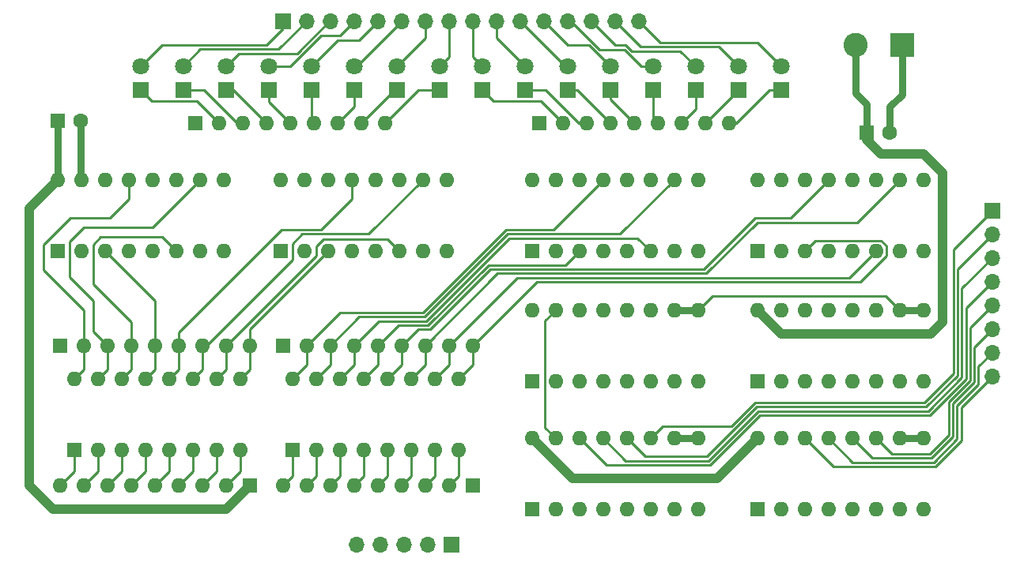
<source format=gbr>
%TF.GenerationSoftware,KiCad,Pcbnew,(5.1.9-0-10_14)*%
%TF.CreationDate,2021-05-18T01:23:57-04:00*%
%TF.ProjectId,RAM,52414d2e-6b69-4636-9164-5f7063625858,rev?*%
%TF.SameCoordinates,Original*%
%TF.FileFunction,Copper,L1,Top*%
%TF.FilePolarity,Positive*%
%FSLAX46Y46*%
G04 Gerber Fmt 4.6, Leading zero omitted, Abs format (unit mm)*
G04 Created by KiCad (PCBNEW (5.1.9-0-10_14)) date 2021-05-18 01:23:57*
%MOMM*%
%LPD*%
G01*
G04 APERTURE LIST*
%TA.AperFunction,ComponentPad*%
%ADD10O,1.600000X1.600000*%
%TD*%
%TA.AperFunction,ComponentPad*%
%ADD11R,1.600000X1.600000*%
%TD*%
%TA.AperFunction,ComponentPad*%
%ADD12O,1.700000X1.700000*%
%TD*%
%TA.AperFunction,ComponentPad*%
%ADD13R,1.700000X1.700000*%
%TD*%
%TA.AperFunction,ComponentPad*%
%ADD14C,1.600000*%
%TD*%
%TA.AperFunction,ComponentPad*%
%ADD15C,2.600000*%
%TD*%
%TA.AperFunction,ComponentPad*%
%ADD16R,2.600000X2.600000*%
%TD*%
%TA.AperFunction,ComponentPad*%
%ADD17C,1.800000*%
%TD*%
%TA.AperFunction,ComponentPad*%
%ADD18R,1.800000X1.800000*%
%TD*%
%TA.AperFunction,Conductor*%
%ADD19C,0.250000*%
%TD*%
%TA.AperFunction,Conductor*%
%ADD20C,0.750000*%
%TD*%
%TA.AperFunction,Conductor*%
%ADD21C,1.000000*%
%TD*%
G04 APERTURE END LIST*
D10*
%TO.P,U3,16*%
%TO.N,VCC*%
X90424000Y-91694000D03*
%TO.P,U3,8*%
%TO.N,GND*%
X108204000Y-99314000D03*
%TO.P,U3,15*%
%TO.N,/MAR_RESET*%
X92964000Y-91694000D03*
%TO.P,U3,7*%
%TO.N,/CLOCK*%
X105664000Y-99314000D03*
%TO.P,U3,14*%
%TO.N,Net-(J2-Pad8)*%
X95504000Y-91694000D03*
%TO.P,U3,6*%
%TO.N,/MAR_11*%
X103124000Y-99314000D03*
%TO.P,U3,13*%
%TO.N,Net-(J2-Pad7)*%
X98044000Y-91694000D03*
%TO.P,U3,5*%
%TO.N,/MAR_10*%
X100584000Y-99314000D03*
%TO.P,U3,12*%
%TO.N,Net-(J2-Pad6)*%
X100584000Y-91694000D03*
%TO.P,U3,4*%
%TO.N,/MAR_09*%
X98044000Y-99314000D03*
%TO.P,U3,11*%
%TO.N,Net-(J2-Pad5)*%
X103124000Y-91694000D03*
%TO.P,U3,3*%
%TO.N,/MAR_08*%
X95504000Y-99314000D03*
%TO.P,U3,10*%
%TO.N,/MAR2_IN*%
X105664000Y-91694000D03*
%TO.P,U3,2*%
%TO.N,GND*%
X92964000Y-99314000D03*
%TO.P,U3,9*%
%TO.N,/MAR2_IN*%
X108204000Y-91694000D03*
D11*
%TO.P,U3,1*%
%TO.N,GND*%
X90424000Y-99314000D03*
%TD*%
D12*
%TO.P,J4,5*%
%TO.N,/PROGRAM_MODE*%
X71628000Y-116840000D03*
%TO.P,J4,4*%
%TO.N,/MAR_RESET*%
X74168000Y-116840000D03*
%TO.P,J4,3*%
%TO.N,/CLOCK*%
X76708000Y-116840000D03*
%TO.P,J4,2*%
%TO.N,/MAR1_IN*%
X79248000Y-116840000D03*
D13*
%TO.P,J4,1*%
%TO.N,/MAR2_IN*%
X81788000Y-116840000D03*
%TD*%
D14*
%TO.P,C3,2*%
%TO.N,GND*%
X128738000Y-72644000D03*
D11*
%TO.P,C3,1*%
%TO.N,VCC*%
X126238000Y-72644000D03*
%TD*%
D14*
%TO.P,C2,2*%
%TO.N,GND*%
X42124000Y-71374000D03*
D11*
%TO.P,C2,1*%
%TO.N,VCC*%
X39624000Y-71374000D03*
%TD*%
D15*
%TO.P,J3,2*%
%TO.N,VCC*%
X125048000Y-63246000D03*
D16*
%TO.P,J3,1*%
%TO.N,GND*%
X130048000Y-63246000D03*
%TD*%
D10*
%TO.P,U8,16*%
%TO.N,VCC*%
X114554000Y-77724000D03*
%TO.P,U8,8*%
%TO.N,GND*%
X132334000Y-85344000D03*
%TO.P,U8,15*%
X117094000Y-77724000D03*
%TO.P,U8,7*%
%TO.N,/MEM_ADR_14*%
X129794000Y-85344000D03*
%TO.P,U8,14*%
%TO.N,/MAR_12*%
X119634000Y-77724000D03*
%TO.P,U8,6*%
%TO.N,/MANUAL_MEM_ADR_14*%
X127254000Y-85344000D03*
%TO.P,U8,13*%
%TO.N,/MANUAL_MEM_ADR_12*%
X122174000Y-77724000D03*
%TO.P,U8,5*%
%TO.N,/MAR_14*%
X124714000Y-85344000D03*
%TO.P,U8,12*%
%TO.N,/MEM_ADR_12*%
X124714000Y-77724000D03*
%TO.P,U8,4*%
%TO.N,/MEM_ADR_15*%
X122174000Y-85344000D03*
%TO.P,U8,11*%
%TO.N,/MAR_13*%
X127254000Y-77724000D03*
%TO.P,U8,3*%
%TO.N,/MANUAL_MEM_ADR_15*%
X119634000Y-85344000D03*
%TO.P,U8,10*%
%TO.N,/MANUAL_MEM_ADR_13*%
X129794000Y-77724000D03*
%TO.P,U8,2*%
%TO.N,/MAR_15*%
X117094000Y-85344000D03*
%TO.P,U8,9*%
%TO.N,/MEM_ADR_13*%
X132334000Y-77724000D03*
D11*
%TO.P,U8,1*%
%TO.N,/PROGRAM_MODE*%
X114554000Y-85344000D03*
%TD*%
D10*
%TO.P,U7,16*%
%TO.N,VCC*%
X114554000Y-105410000D03*
%TO.P,U7,8*%
%TO.N,GND*%
X132334000Y-113030000D03*
%TO.P,U7,15*%
%TO.N,/MAR_RESET*%
X117094000Y-105410000D03*
%TO.P,U7,7*%
%TO.N,/CLOCK*%
X129794000Y-113030000D03*
%TO.P,U7,14*%
%TO.N,Net-(J2-Pad8)*%
X119634000Y-105410000D03*
%TO.P,U7,6*%
%TO.N,/MAR_03*%
X127254000Y-113030000D03*
%TO.P,U7,13*%
%TO.N,Net-(J2-Pad7)*%
X122174000Y-105410000D03*
%TO.P,U7,5*%
%TO.N,/MAR_02*%
X124714000Y-113030000D03*
%TO.P,U7,12*%
%TO.N,Net-(J2-Pad6)*%
X124714000Y-105410000D03*
%TO.P,U7,4*%
%TO.N,/MAR_01*%
X122174000Y-113030000D03*
%TO.P,U7,11*%
%TO.N,Net-(J2-Pad5)*%
X127254000Y-105410000D03*
%TO.P,U7,3*%
%TO.N,/MAR_00*%
X119634000Y-113030000D03*
%TO.P,U7,10*%
%TO.N,/MAR1_IN*%
X129794000Y-105410000D03*
%TO.P,U7,2*%
%TO.N,GND*%
X117094000Y-113030000D03*
%TO.P,U7,9*%
%TO.N,/MAR1_IN*%
X132334000Y-105410000D03*
D11*
%TO.P,U7,1*%
%TO.N,GND*%
X114554000Y-113030000D03*
%TD*%
D10*
%TO.P,U6,16*%
%TO.N,VCC*%
X90424000Y-105410000D03*
%TO.P,U6,8*%
%TO.N,GND*%
X108204000Y-113030000D03*
%TO.P,U6,15*%
%TO.N,/MAR_RESET*%
X92964000Y-105410000D03*
%TO.P,U6,7*%
%TO.N,/CLOCK*%
X105664000Y-113030000D03*
%TO.P,U6,14*%
%TO.N,Net-(J2-Pad4)*%
X95504000Y-105410000D03*
%TO.P,U6,6*%
%TO.N,/MAR_07*%
X103124000Y-113030000D03*
%TO.P,U6,13*%
%TO.N,Net-(J2-Pad3)*%
X98044000Y-105410000D03*
%TO.P,U6,5*%
%TO.N,/MAR_06*%
X100584000Y-113030000D03*
%TO.P,U6,12*%
%TO.N,Net-(J2-Pad2)*%
X100584000Y-105410000D03*
%TO.P,U6,4*%
%TO.N,/MAR_05*%
X98044000Y-113030000D03*
%TO.P,U6,11*%
%TO.N,Net-(J2-Pad1)*%
X103124000Y-105410000D03*
%TO.P,U6,3*%
%TO.N,/MAR_04*%
X95504000Y-113030000D03*
%TO.P,U6,10*%
%TO.N,/MAR1_IN*%
X105664000Y-105410000D03*
%TO.P,U6,2*%
%TO.N,GND*%
X92964000Y-113030000D03*
%TO.P,U6,9*%
%TO.N,/MAR1_IN*%
X108204000Y-105410000D03*
D11*
%TO.P,U6,1*%
%TO.N,GND*%
X90424000Y-113030000D03*
%TD*%
D10*
%TO.P,U5,16*%
%TO.N,VCC*%
X90424000Y-77724000D03*
%TO.P,U5,8*%
%TO.N,GND*%
X108204000Y-85344000D03*
%TO.P,U5,15*%
X92964000Y-77724000D03*
%TO.P,U5,7*%
%TO.N,/MEM_ADR_10*%
X105664000Y-85344000D03*
%TO.P,U5,14*%
%TO.N,/MAR_08*%
X95504000Y-77724000D03*
%TO.P,U5,6*%
%TO.N,/MANUAL_MEM_ADR_10*%
X103124000Y-85344000D03*
%TO.P,U5,13*%
%TO.N,/MANUAL_MEM_ADR_08*%
X98044000Y-77724000D03*
%TO.P,U5,5*%
%TO.N,/MAR_10*%
X100584000Y-85344000D03*
%TO.P,U5,12*%
%TO.N,/MEM_ADR_08*%
X100584000Y-77724000D03*
%TO.P,U5,4*%
%TO.N,/MEM_ADR_11*%
X98044000Y-85344000D03*
%TO.P,U5,11*%
%TO.N,/MAR_09*%
X103124000Y-77724000D03*
%TO.P,U5,3*%
%TO.N,/MANUAL_MEM_ADR_11*%
X95504000Y-85344000D03*
%TO.P,U5,10*%
%TO.N,/MANUAL_MEM_ADR_09*%
X105664000Y-77724000D03*
%TO.P,U5,2*%
%TO.N,/MAR_11*%
X92964000Y-85344000D03*
%TO.P,U5,9*%
%TO.N,/MEM_ADR_09*%
X108204000Y-77724000D03*
D11*
%TO.P,U5,1*%
%TO.N,/PROGRAM_MODE*%
X90424000Y-85344000D03*
%TD*%
D10*
%TO.P,U4,16*%
%TO.N,VCC*%
X63500000Y-77724000D03*
%TO.P,U4,8*%
%TO.N,GND*%
X81280000Y-85344000D03*
%TO.P,U4,15*%
X66040000Y-77724000D03*
%TO.P,U4,7*%
%TO.N,/MEM_ADR_06*%
X78740000Y-85344000D03*
%TO.P,U4,14*%
%TO.N,/MAR_04*%
X68580000Y-77724000D03*
%TO.P,U4,6*%
%TO.N,/MANUAL_MEM_ADR_06*%
X76200000Y-85344000D03*
%TO.P,U4,13*%
%TO.N,/MANUAL_MEM_ADR_04*%
X71120000Y-77724000D03*
%TO.P,U4,5*%
%TO.N,/MAR_06*%
X73660000Y-85344000D03*
%TO.P,U4,12*%
%TO.N,/MEM_ADR_04*%
X73660000Y-77724000D03*
%TO.P,U4,4*%
%TO.N,/MEM_ADR_07*%
X71120000Y-85344000D03*
%TO.P,U4,11*%
%TO.N,/MAR_05*%
X76200000Y-77724000D03*
%TO.P,U4,3*%
%TO.N,/MANUAL_MEM_ADR_07*%
X68580000Y-85344000D03*
%TO.P,U4,10*%
%TO.N,/MANUAL_MEM_ADR_05*%
X78740000Y-77724000D03*
%TO.P,U4,2*%
%TO.N,/MAR_07*%
X66040000Y-85344000D03*
%TO.P,U4,9*%
%TO.N,/MEM_ADR_05*%
X81280000Y-77724000D03*
D11*
%TO.P,U4,1*%
%TO.N,/PROGRAM_MODE*%
X63500000Y-85344000D03*
%TD*%
D10*
%TO.P,U2,16*%
%TO.N,VCC*%
X114554000Y-91694000D03*
%TO.P,U2,8*%
%TO.N,GND*%
X132334000Y-99314000D03*
%TO.P,U2,15*%
%TO.N,/MAR_RESET*%
X117094000Y-91694000D03*
%TO.P,U2,7*%
%TO.N,/CLOCK*%
X129794000Y-99314000D03*
%TO.P,U2,14*%
%TO.N,Net-(J2-Pad4)*%
X119634000Y-91694000D03*
%TO.P,U2,6*%
%TO.N,/MAR_15*%
X127254000Y-99314000D03*
%TO.P,U2,13*%
%TO.N,Net-(J2-Pad3)*%
X122174000Y-91694000D03*
%TO.P,U2,5*%
%TO.N,/MAR_14*%
X124714000Y-99314000D03*
%TO.P,U2,12*%
%TO.N,Net-(J2-Pad2)*%
X124714000Y-91694000D03*
%TO.P,U2,4*%
%TO.N,/MAR_13*%
X122174000Y-99314000D03*
%TO.P,U2,11*%
%TO.N,Net-(J2-Pad1)*%
X127254000Y-91694000D03*
%TO.P,U2,3*%
%TO.N,/MAR_12*%
X119634000Y-99314000D03*
%TO.P,U2,10*%
%TO.N,/MAR2_IN*%
X129794000Y-91694000D03*
%TO.P,U2,2*%
%TO.N,GND*%
X117094000Y-99314000D03*
%TO.P,U2,9*%
%TO.N,/MAR2_IN*%
X132334000Y-91694000D03*
D11*
%TO.P,U2,1*%
%TO.N,GND*%
X114554000Y-99314000D03*
%TD*%
D10*
%TO.P,U1,16*%
%TO.N,VCC*%
X39624000Y-77724000D03*
%TO.P,U1,8*%
%TO.N,GND*%
X57404000Y-85344000D03*
%TO.P,U1,15*%
X42164000Y-77724000D03*
%TO.P,U1,7*%
%TO.N,/MEM_ADR_02*%
X54864000Y-85344000D03*
%TO.P,U1,14*%
%TO.N,/MAR_00*%
X44704000Y-77724000D03*
%TO.P,U1,6*%
%TO.N,/MANUAL_MEM_ADR_02*%
X52324000Y-85344000D03*
%TO.P,U1,13*%
%TO.N,/MANUAL_MEM_ADR_00*%
X47244000Y-77724000D03*
%TO.P,U1,5*%
%TO.N,/MAR_02*%
X49784000Y-85344000D03*
%TO.P,U1,12*%
%TO.N,/MEM_ADR_00*%
X49784000Y-77724000D03*
%TO.P,U1,4*%
%TO.N,/MEM_ADR_03*%
X47244000Y-85344000D03*
%TO.P,U1,11*%
%TO.N,/MAR_01*%
X52324000Y-77724000D03*
%TO.P,U1,3*%
%TO.N,/MANUAL_MEM_ADR_03*%
X44704000Y-85344000D03*
%TO.P,U1,10*%
%TO.N,/MANUAL_MEM_ADR_01*%
X54864000Y-77724000D03*
%TO.P,U1,2*%
%TO.N,/MAR_03*%
X42164000Y-85344000D03*
%TO.P,U1,9*%
%TO.N,/MEM_ADR_01*%
X57404000Y-77724000D03*
D11*
%TO.P,U1,1*%
%TO.N,/PROGRAM_MODE*%
X39624000Y-85344000D03*
%TD*%
D10*
%TO.P,SW2,16*%
%TO.N,/MANUAL_MEM_ADR_00*%
X41402000Y-99060000D03*
%TO.P,SW2,8*%
%TO.N,Net-(RN7-Pad2)*%
X59182000Y-106680000D03*
%TO.P,SW2,15*%
%TO.N,/MANUAL_MEM_ADR_01*%
X43942000Y-99060000D03*
%TO.P,SW2,7*%
%TO.N,Net-(RN7-Pad3)*%
X56642000Y-106680000D03*
%TO.P,SW2,14*%
%TO.N,/MANUAL_MEM_ADR_02*%
X46482000Y-99060000D03*
%TO.P,SW2,6*%
%TO.N,Net-(RN7-Pad4)*%
X54102000Y-106680000D03*
%TO.P,SW2,13*%
%TO.N,/MANUAL_MEM_ADR_03*%
X49022000Y-99060000D03*
%TO.P,SW2,5*%
%TO.N,Net-(RN7-Pad5)*%
X51562000Y-106680000D03*
%TO.P,SW2,12*%
%TO.N,/MANUAL_MEM_ADR_04*%
X51562000Y-99060000D03*
%TO.P,SW2,4*%
%TO.N,Net-(RN7-Pad6)*%
X49022000Y-106680000D03*
%TO.P,SW2,11*%
%TO.N,/MANUAL_MEM_ADR_05*%
X54102000Y-99060000D03*
%TO.P,SW2,3*%
%TO.N,Net-(RN7-Pad7)*%
X46482000Y-106680000D03*
%TO.P,SW2,10*%
%TO.N,/MANUAL_MEM_ADR_06*%
X56642000Y-99060000D03*
%TO.P,SW2,2*%
%TO.N,Net-(RN7-Pad8)*%
X43942000Y-106680000D03*
%TO.P,SW2,9*%
%TO.N,/MANUAL_MEM_ADR_07*%
X59182000Y-99060000D03*
D11*
%TO.P,SW2,1*%
%TO.N,Net-(RN7-Pad9)*%
X41402000Y-106680000D03*
%TD*%
D10*
%TO.P,SW1,16*%
%TO.N,/MANUAL_MEM_ADR_08*%
X64770000Y-99060000D03*
%TO.P,SW1,8*%
%TO.N,Net-(RN5-Pad2)*%
X82550000Y-106680000D03*
%TO.P,SW1,15*%
%TO.N,/MANUAL_MEM_ADR_09*%
X67310000Y-99060000D03*
%TO.P,SW1,7*%
%TO.N,Net-(RN5-Pad3)*%
X80010000Y-106680000D03*
%TO.P,SW1,14*%
%TO.N,/MANUAL_MEM_ADR_10*%
X69850000Y-99060000D03*
%TO.P,SW1,6*%
%TO.N,Net-(RN5-Pad4)*%
X77470000Y-106680000D03*
%TO.P,SW1,13*%
%TO.N,/MANUAL_MEM_ADR_11*%
X72390000Y-99060000D03*
%TO.P,SW1,5*%
%TO.N,Net-(RN5-Pad5)*%
X74930000Y-106680000D03*
%TO.P,SW1,12*%
%TO.N,/MANUAL_MEM_ADR_12*%
X74930000Y-99060000D03*
%TO.P,SW1,4*%
%TO.N,Net-(RN5-Pad6)*%
X72390000Y-106680000D03*
%TO.P,SW1,11*%
%TO.N,/MANUAL_MEM_ADR_13*%
X77470000Y-99060000D03*
%TO.P,SW1,3*%
%TO.N,Net-(RN5-Pad7)*%
X69850000Y-106680000D03*
%TO.P,SW1,10*%
%TO.N,/MANUAL_MEM_ADR_14*%
X80010000Y-99060000D03*
%TO.P,SW1,2*%
%TO.N,Net-(RN5-Pad8)*%
X67310000Y-106680000D03*
%TO.P,SW1,9*%
%TO.N,/MANUAL_MEM_ADR_15*%
X82550000Y-99060000D03*
D11*
%TO.P,SW1,1*%
%TO.N,Net-(RN5-Pad9)*%
X64770000Y-106680000D03*
%TD*%
D10*
%TO.P,RN7,9*%
%TO.N,Net-(RN7-Pad9)*%
X39878000Y-110490000D03*
%TO.P,RN7,8*%
%TO.N,Net-(RN7-Pad8)*%
X42418000Y-110490000D03*
%TO.P,RN7,7*%
%TO.N,Net-(RN7-Pad7)*%
X44958000Y-110490000D03*
%TO.P,RN7,6*%
%TO.N,Net-(RN7-Pad6)*%
X47498000Y-110490000D03*
%TO.P,RN7,5*%
%TO.N,Net-(RN7-Pad5)*%
X50038000Y-110490000D03*
%TO.P,RN7,4*%
%TO.N,Net-(RN7-Pad4)*%
X52578000Y-110490000D03*
%TO.P,RN7,3*%
%TO.N,Net-(RN7-Pad3)*%
X55118000Y-110490000D03*
%TO.P,RN7,2*%
%TO.N,Net-(RN7-Pad2)*%
X57658000Y-110490000D03*
D11*
%TO.P,RN7,1*%
%TO.N,VCC*%
X60198000Y-110490000D03*
%TD*%
D10*
%TO.P,RN6,9*%
%TO.N,/MANUAL_MEM_ADR_07*%
X60198000Y-95504000D03*
%TO.P,RN6,8*%
%TO.N,/MANUAL_MEM_ADR_06*%
X57658000Y-95504000D03*
%TO.P,RN6,7*%
%TO.N,/MANUAL_MEM_ADR_05*%
X55118000Y-95504000D03*
%TO.P,RN6,6*%
%TO.N,/MANUAL_MEM_ADR_04*%
X52578000Y-95504000D03*
%TO.P,RN6,5*%
%TO.N,/MANUAL_MEM_ADR_03*%
X50038000Y-95504000D03*
%TO.P,RN6,4*%
%TO.N,/MANUAL_MEM_ADR_02*%
X47498000Y-95504000D03*
%TO.P,RN6,3*%
%TO.N,/MANUAL_MEM_ADR_01*%
X44958000Y-95504000D03*
%TO.P,RN6,2*%
%TO.N,/MANUAL_MEM_ADR_00*%
X42418000Y-95504000D03*
D11*
%TO.P,RN6,1*%
%TO.N,GND*%
X39878000Y-95504000D03*
%TD*%
D10*
%TO.P,RN5,9*%
%TO.N,Net-(RN5-Pad9)*%
X63754000Y-110490000D03*
%TO.P,RN5,8*%
%TO.N,Net-(RN5-Pad8)*%
X66294000Y-110490000D03*
%TO.P,RN5,7*%
%TO.N,Net-(RN5-Pad7)*%
X68834000Y-110490000D03*
%TO.P,RN5,6*%
%TO.N,Net-(RN5-Pad6)*%
X71374000Y-110490000D03*
%TO.P,RN5,5*%
%TO.N,Net-(RN5-Pad5)*%
X73914000Y-110490000D03*
%TO.P,RN5,4*%
%TO.N,Net-(RN5-Pad4)*%
X76454000Y-110490000D03*
%TO.P,RN5,3*%
%TO.N,Net-(RN5-Pad3)*%
X78994000Y-110490000D03*
%TO.P,RN5,2*%
%TO.N,Net-(RN5-Pad2)*%
X81534000Y-110490000D03*
D11*
%TO.P,RN5,1*%
%TO.N,VCC*%
X84074000Y-110490000D03*
%TD*%
D10*
%TO.P,RN4,9*%
%TO.N,/MANUAL_MEM_ADR_15*%
X84074000Y-95504000D03*
%TO.P,RN4,8*%
%TO.N,/MANUAL_MEM_ADR_14*%
X81534000Y-95504000D03*
%TO.P,RN4,7*%
%TO.N,/MANUAL_MEM_ADR_13*%
X78994000Y-95504000D03*
%TO.P,RN4,6*%
%TO.N,/MANUAL_MEM_ADR_12*%
X76454000Y-95504000D03*
%TO.P,RN4,5*%
%TO.N,/MANUAL_MEM_ADR_11*%
X73914000Y-95504000D03*
%TO.P,RN4,4*%
%TO.N,/MANUAL_MEM_ADR_10*%
X71374000Y-95504000D03*
%TO.P,RN4,3*%
%TO.N,/MANUAL_MEM_ADR_09*%
X68834000Y-95504000D03*
%TO.P,RN4,2*%
%TO.N,/MANUAL_MEM_ADR_08*%
X66294000Y-95504000D03*
D11*
%TO.P,RN4,1*%
%TO.N,GND*%
X63754000Y-95504000D03*
%TD*%
D10*
%TO.P,RN2,9*%
%TO.N,Net-(D9-Pad1)*%
X74676000Y-71628000D03*
%TO.P,RN2,8*%
%TO.N,Net-(D10-Pad1)*%
X72136000Y-71628000D03*
%TO.P,RN2,7*%
%TO.N,Net-(D11-Pad1)*%
X69596000Y-71628000D03*
%TO.P,RN2,6*%
%TO.N,Net-(D12-Pad1)*%
X67056000Y-71628000D03*
%TO.P,RN2,5*%
%TO.N,Net-(D13-Pad1)*%
X64516000Y-71628000D03*
%TO.P,RN2,4*%
%TO.N,Net-(D14-Pad1)*%
X61976000Y-71628000D03*
%TO.P,RN2,3*%
%TO.N,Net-(D15-Pad1)*%
X59436000Y-71628000D03*
%TO.P,RN2,2*%
%TO.N,Net-(D16-Pad1)*%
X56896000Y-71628000D03*
D11*
%TO.P,RN2,1*%
%TO.N,GND*%
X54356000Y-71628000D03*
%TD*%
D10*
%TO.P,RN1,9*%
%TO.N,Net-(D1-Pad1)*%
X111506000Y-71628000D03*
%TO.P,RN1,8*%
%TO.N,Net-(D2-Pad1)*%
X108966000Y-71628000D03*
%TO.P,RN1,7*%
%TO.N,Net-(D3-Pad1)*%
X106426000Y-71628000D03*
%TO.P,RN1,6*%
%TO.N,Net-(D4-Pad1)*%
X103886000Y-71628000D03*
%TO.P,RN1,5*%
%TO.N,Net-(D5-Pad1)*%
X101346000Y-71628000D03*
%TO.P,RN1,4*%
%TO.N,Net-(D6-Pad1)*%
X98806000Y-71628000D03*
%TO.P,RN1,3*%
%TO.N,Net-(D7-Pad1)*%
X96266000Y-71628000D03*
%TO.P,RN1,2*%
%TO.N,Net-(D8-Pad1)*%
X93726000Y-71628000D03*
D11*
%TO.P,RN1,1*%
%TO.N,GND*%
X91186000Y-71628000D03*
%TD*%
D12*
%TO.P,J2,8*%
%TO.N,Net-(J2-Pad8)*%
X139700000Y-98806000D03*
%TO.P,J2,7*%
%TO.N,Net-(J2-Pad7)*%
X139700000Y-96266000D03*
%TO.P,J2,6*%
%TO.N,Net-(J2-Pad6)*%
X139700000Y-93726000D03*
%TO.P,J2,5*%
%TO.N,Net-(J2-Pad5)*%
X139700000Y-91186000D03*
%TO.P,J2,4*%
%TO.N,Net-(J2-Pad4)*%
X139700000Y-88646000D03*
%TO.P,J2,3*%
%TO.N,Net-(J2-Pad3)*%
X139700000Y-86106000D03*
%TO.P,J2,2*%
%TO.N,Net-(J2-Pad2)*%
X139700000Y-83566000D03*
D13*
%TO.P,J2,1*%
%TO.N,Net-(J2-Pad1)*%
X139700000Y-81026000D03*
%TD*%
D12*
%TO.P,J1,16*%
%TO.N,/MEM_ADR_15*%
X101854000Y-60706000D03*
%TO.P,J1,15*%
%TO.N,/MEM_ADR_14*%
X99314000Y-60706000D03*
%TO.P,J1,14*%
%TO.N,/MEM_ADR_13*%
X96774000Y-60706000D03*
%TO.P,J1,13*%
%TO.N,/MEM_ADR_12*%
X94234000Y-60706000D03*
%TO.P,J1,12*%
%TO.N,/MEM_ADR_11*%
X91694000Y-60706000D03*
%TO.P,J1,11*%
%TO.N,/MEM_ADR_10*%
X89154000Y-60706000D03*
%TO.P,J1,10*%
%TO.N,/MEM_ADR_09*%
X86614000Y-60706000D03*
%TO.P,J1,9*%
%TO.N,/MEM_ADR_08*%
X84074000Y-60706000D03*
%TO.P,J1,8*%
%TO.N,/MEM_ADR_07*%
X81534000Y-60706000D03*
%TO.P,J1,7*%
%TO.N,/MEM_ADR_06*%
X78994000Y-60706000D03*
%TO.P,J1,6*%
%TO.N,/MEM_ADR_05*%
X76454000Y-60706000D03*
%TO.P,J1,5*%
%TO.N,/MEM_ADR_04*%
X73914000Y-60706000D03*
%TO.P,J1,4*%
%TO.N,/MEM_ADR_03*%
X71374000Y-60706000D03*
%TO.P,J1,3*%
%TO.N,/MEM_ADR_02*%
X68834000Y-60706000D03*
%TO.P,J1,2*%
%TO.N,/MEM_ADR_01*%
X66294000Y-60706000D03*
D13*
%TO.P,J1,1*%
%TO.N,/MEM_ADR_00*%
X63754000Y-60706000D03*
%TD*%
D17*
%TO.P,D16,2*%
%TO.N,/MEM_ADR_00*%
X48514000Y-65532000D03*
D18*
%TO.P,D16,1*%
%TO.N,Net-(D16-Pad1)*%
X48514000Y-68072000D03*
%TD*%
D17*
%TO.P,D15,2*%
%TO.N,/MEM_ADR_01*%
X53086000Y-65532000D03*
D18*
%TO.P,D15,1*%
%TO.N,Net-(D15-Pad1)*%
X53086000Y-68072000D03*
%TD*%
D17*
%TO.P,D14,2*%
%TO.N,/MEM_ADR_02*%
X57658000Y-65532000D03*
D18*
%TO.P,D14,1*%
%TO.N,Net-(D14-Pad1)*%
X57658000Y-68072000D03*
%TD*%
D17*
%TO.P,D13,2*%
%TO.N,/MEM_ADR_03*%
X62230000Y-65532000D03*
D18*
%TO.P,D13,1*%
%TO.N,Net-(D13-Pad1)*%
X62230000Y-68072000D03*
%TD*%
D17*
%TO.P,D12,2*%
%TO.N,/MEM_ADR_04*%
X66802000Y-65532000D03*
D18*
%TO.P,D12,1*%
%TO.N,Net-(D12-Pad1)*%
X66802000Y-68072000D03*
%TD*%
D17*
%TO.P,D11,2*%
%TO.N,/MEM_ADR_05*%
X71374000Y-65532000D03*
D18*
%TO.P,D11,1*%
%TO.N,Net-(D11-Pad1)*%
X71374000Y-68072000D03*
%TD*%
D17*
%TO.P,D10,2*%
%TO.N,/MEM_ADR_06*%
X75946000Y-65532000D03*
D18*
%TO.P,D10,1*%
%TO.N,Net-(D10-Pad1)*%
X75946000Y-68072000D03*
%TD*%
D17*
%TO.P,D9,2*%
%TO.N,/MEM_ADR_07*%
X80518000Y-65532000D03*
D18*
%TO.P,D9,1*%
%TO.N,Net-(D9-Pad1)*%
X80518000Y-68072000D03*
%TD*%
D17*
%TO.P,D8,2*%
%TO.N,/MEM_ADR_08*%
X85090000Y-65532000D03*
D18*
%TO.P,D8,1*%
%TO.N,Net-(D8-Pad1)*%
X85090000Y-68072000D03*
%TD*%
D17*
%TO.P,D7,2*%
%TO.N,/MEM_ADR_09*%
X89662000Y-65532000D03*
D18*
%TO.P,D7,1*%
%TO.N,Net-(D7-Pad1)*%
X89662000Y-68072000D03*
%TD*%
D17*
%TO.P,D6,2*%
%TO.N,/MEM_ADR_10*%
X94234000Y-65532000D03*
D18*
%TO.P,D6,1*%
%TO.N,Net-(D6-Pad1)*%
X94234000Y-68072000D03*
%TD*%
D17*
%TO.P,D5,2*%
%TO.N,/MEM_ADR_11*%
X98806000Y-65532000D03*
D18*
%TO.P,D5,1*%
%TO.N,Net-(D5-Pad1)*%
X98806000Y-68072000D03*
%TD*%
D17*
%TO.P,D4,2*%
%TO.N,/MEM_ADR_12*%
X103378000Y-65532000D03*
D18*
%TO.P,D4,1*%
%TO.N,Net-(D4-Pad1)*%
X103378000Y-68072000D03*
%TD*%
D17*
%TO.P,D3,2*%
%TO.N,/MEM_ADR_13*%
X107950000Y-65532000D03*
D18*
%TO.P,D3,1*%
%TO.N,Net-(D3-Pad1)*%
X107950000Y-68072000D03*
%TD*%
D17*
%TO.P,D2,2*%
%TO.N,/MEM_ADR_14*%
X112522000Y-65532000D03*
D18*
%TO.P,D2,1*%
%TO.N,Net-(D2-Pad1)*%
X112522000Y-68072000D03*
%TD*%
D17*
%TO.P,D1,2*%
%TO.N,/MEM_ADR_15*%
X117094000Y-65532000D03*
D18*
%TO.P,D1,1*%
%TO.N,Net-(D1-Pad1)*%
X117094000Y-68072000D03*
%TD*%
D19*
%TO.N,/MEM_ADR_15*%
X104140000Y-62992000D02*
X114554000Y-62992000D01*
X114554000Y-62992000D02*
X117094000Y-65532000D01*
X101854000Y-60706000D02*
X104140000Y-62992000D01*
%TO.N,Net-(D1-Pad1)*%
X112268000Y-71628000D02*
X111506000Y-71628000D01*
X115824000Y-68072000D02*
X112268000Y-71628000D01*
X117094000Y-68072000D02*
X115824000Y-68072000D01*
%TO.N,/MEM_ADR_14*%
X102050011Y-63442011D02*
X110432011Y-63442011D01*
X110432011Y-63442011D02*
X112522000Y-65532000D01*
X99314000Y-60706000D02*
X102050011Y-63442011D01*
%TO.N,Net-(D2-Pad1)*%
X112522000Y-68072000D02*
X108966000Y-71628000D01*
%TO.N,/MEM_ADR_13*%
X106310022Y-63892022D02*
X107950000Y-65532000D01*
X100455619Y-63246000D02*
X101101641Y-63892022D01*
X101101641Y-63892022D02*
X106310022Y-63892022D01*
X99314000Y-63246000D02*
X100455619Y-63246000D01*
X96774000Y-60706000D02*
X99314000Y-63246000D01*
%TO.N,Net-(D3-Pad1)*%
X107950000Y-70104000D02*
X106426000Y-71628000D01*
X107950000Y-68072000D02*
X107950000Y-70104000D01*
%TO.N,/MEM_ADR_12*%
X102105208Y-65532000D02*
X103378000Y-65532000D01*
X94616410Y-60706000D02*
X97664410Y-63754000D01*
X100327208Y-63754000D02*
X102105208Y-65532000D01*
X97664410Y-63754000D02*
X100327208Y-63754000D01*
X94234000Y-60706000D02*
X94616410Y-60706000D01*
%TO.N,Net-(D4-Pad1)*%
X103378000Y-71120000D02*
X103886000Y-71628000D01*
X103378000Y-68072000D02*
X103378000Y-71120000D01*
%TO.N,/MEM_ADR_11*%
X96520000Y-63246000D02*
X98806000Y-65532000D01*
X94234000Y-63246000D02*
X96520000Y-63246000D01*
X91694000Y-60706000D02*
X94234000Y-63246000D01*
%TO.N,Net-(D5-Pad1)*%
X98806000Y-69088000D02*
X101346000Y-71628000D01*
X98806000Y-68072000D02*
X98806000Y-69088000D01*
%TO.N,/MEM_ADR_10*%
X93980000Y-65532000D02*
X94234000Y-65532000D01*
X89154000Y-60706000D02*
X93980000Y-65532000D01*
%TO.N,Net-(D6-Pad1)*%
X95250000Y-68072000D02*
X98806000Y-71628000D01*
X94234000Y-68072000D02*
X95250000Y-68072000D01*
%TO.N,/MEM_ADR_09*%
X86614000Y-62484000D02*
X89662000Y-65532000D01*
X86614000Y-60706000D02*
X86614000Y-62484000D01*
%TO.N,Net-(D7-Pad1)*%
X95404998Y-71628000D02*
X96266000Y-71628000D01*
X91848998Y-68072000D02*
X95404998Y-71628000D01*
X89662000Y-68072000D02*
X91848998Y-68072000D01*
%TO.N,/MEM_ADR_08*%
X84074000Y-64516000D02*
X85090000Y-65532000D01*
X84074000Y-60706000D02*
X84074000Y-64516000D01*
%TO.N,Net-(D8-Pad1)*%
X91395001Y-69297001D02*
X93726000Y-71628000D01*
X86315001Y-69297001D02*
X91395001Y-69297001D01*
X85090000Y-68072000D02*
X86315001Y-69297001D01*
%TO.N,/MEM_ADR_07*%
X81534000Y-64516000D02*
X80518000Y-65532000D01*
X81534000Y-60706000D02*
X81534000Y-64516000D01*
%TO.N,Net-(D9-Pad1)*%
X78232000Y-68072000D02*
X74676000Y-71628000D01*
X80518000Y-68072000D02*
X78232000Y-68072000D01*
%TO.N,/MEM_ADR_06*%
X78994000Y-62484000D02*
X75946000Y-65532000D01*
X78994000Y-60706000D02*
X78994000Y-62484000D01*
%TO.N,Net-(D10-Pad1)*%
X75692000Y-68072000D02*
X72136000Y-71628000D01*
X75946000Y-68072000D02*
X75692000Y-68072000D01*
%TO.N,/MEM_ADR_05*%
X71628000Y-65532000D02*
X71374000Y-65532000D01*
X76454000Y-60706000D02*
X71628000Y-65532000D01*
%TO.N,Net-(D11-Pad1)*%
X71374000Y-69850000D02*
X69596000Y-71628000D01*
X71374000Y-68072000D02*
X71374000Y-69850000D01*
%TO.N,/MEM_ADR_04*%
X69596000Y-62738000D02*
X66802000Y-65532000D01*
X71882000Y-62738000D02*
X69596000Y-62738000D01*
X73914000Y-60706000D02*
X71882000Y-62738000D01*
%TO.N,Net-(D12-Pad1)*%
X66802000Y-71374000D02*
X67056000Y-71628000D01*
X66802000Y-68072000D02*
X66802000Y-71374000D01*
%TO.N,/MEM_ADR_03*%
X67818000Y-62230000D02*
X64516000Y-65532000D01*
X64516000Y-65532000D02*
X62230000Y-65532000D01*
X69850000Y-62230000D02*
X67818000Y-62230000D01*
X71374000Y-60706000D02*
X69850000Y-62230000D01*
%TO.N,Net-(D13-Pad1)*%
X62230000Y-69342000D02*
X64516000Y-71628000D01*
X62230000Y-68072000D02*
X62230000Y-69342000D01*
%TO.N,/MEM_ADR_02*%
X65265568Y-64146022D02*
X59043978Y-64146022D01*
X68705590Y-60706000D02*
X65265568Y-64146022D01*
X59043978Y-64146022D02*
X57658000Y-65532000D01*
X68834000Y-60706000D02*
X68705590Y-60706000D01*
%TO.N,Net-(D14-Pad1)*%
X58420000Y-68072000D02*
X61976000Y-71628000D01*
X57658000Y-68072000D02*
X58420000Y-68072000D01*
%TO.N,/MEM_ADR_01*%
X66294000Y-60706000D02*
X63303989Y-63696011D01*
X63303989Y-63696011D02*
X54921989Y-63696011D01*
X54921989Y-63696011D02*
X53086000Y-65532000D01*
%TO.N,Net-(D15-Pad1)*%
X58828998Y-71628000D02*
X59436000Y-71628000D01*
X55272998Y-68072000D02*
X58828998Y-71628000D01*
X53086000Y-68072000D02*
X55272998Y-68072000D01*
%TO.N,/MEM_ADR_00*%
X63754000Y-60706000D02*
X63754000Y-61468000D01*
X63754000Y-61468000D02*
X61976000Y-63246000D01*
X50800000Y-63246000D02*
X48514000Y-65532000D01*
X61976000Y-63246000D02*
X50800000Y-63246000D01*
%TO.N,Net-(D16-Pad1)*%
X54565001Y-69297001D02*
X56896000Y-71628000D01*
X49739001Y-69297001D02*
X54565001Y-69297001D01*
X48514000Y-68072000D02*
X49739001Y-69297001D01*
D20*
%TO.N,/MAR2_IN*%
X105664000Y-91694000D02*
X108204000Y-91694000D01*
X129794000Y-91694000D02*
X132334000Y-91694000D01*
D19*
X128270000Y-90170000D02*
X129794000Y-91694000D01*
X109728000Y-90170000D02*
X128270000Y-90170000D01*
X108204000Y-91694000D02*
X109728000Y-90170000D01*
D20*
%TO.N,/MAR1_IN*%
X105664000Y-105410000D02*
X108204000Y-105410000D01*
X129794000Y-105410000D02*
X132334000Y-105410000D01*
D19*
%TO.N,/MAR_RESET*%
X91838999Y-104284999D02*
X92964000Y-105410000D01*
X91838999Y-92819001D02*
X91838999Y-104284999D01*
X92964000Y-91694000D02*
X91838999Y-92819001D01*
D20*
%TO.N,GND*%
X42124000Y-77684000D02*
X42164000Y-77724000D01*
X42124000Y-71374000D02*
X42124000Y-77684000D01*
X130048000Y-63246000D02*
X130048000Y-68580000D01*
X128738000Y-69890000D02*
X128738000Y-72644000D01*
X130048000Y-68580000D02*
X128738000Y-69890000D01*
D19*
%TO.N,/MANUAL_MEM_ADR_15*%
X127794001Y-84218999D02*
X120759001Y-84218999D01*
X128379001Y-84803999D02*
X127794001Y-84218999D01*
X125617002Y-88646000D02*
X128379001Y-85884001D01*
X90932000Y-88646000D02*
X125617002Y-88646000D01*
X84074000Y-95504000D02*
X90932000Y-88646000D01*
X128379001Y-85884001D02*
X128379001Y-84803999D01*
X120759001Y-84218999D02*
X119634000Y-85344000D01*
X84074000Y-97536000D02*
X82550000Y-99060000D01*
X84074000Y-95504000D02*
X84074000Y-97536000D01*
%TO.N,/MANUAL_MEM_ADR_14*%
X124402011Y-88195989D02*
X127254000Y-85344000D01*
X81534000Y-95504000D02*
X88842011Y-88195989D01*
X88842011Y-88195989D02*
X124402011Y-88195989D01*
X81534000Y-97536000D02*
X80010000Y-99060000D01*
X81534000Y-95504000D02*
X81534000Y-97536000D01*
%TO.N,/MANUAL_MEM_ADR_13*%
X125222000Y-82296000D02*
X129794000Y-77724000D01*
X109104022Y-87745978D02*
X114554000Y-82296000D01*
X114554000Y-82296000D02*
X125222000Y-82296000D01*
X86752022Y-87745978D02*
X109104022Y-87745978D01*
X78994000Y-95504000D02*
X86752022Y-87745978D01*
X78994000Y-97536000D02*
X77470000Y-99060000D01*
X78994000Y-95504000D02*
X78994000Y-97536000D01*
%TO.N,/MANUAL_MEM_ADR_12*%
X85934855Y-87295967D02*
X108792033Y-87295967D01*
X118110000Y-81788000D02*
X122174000Y-77724000D01*
X108792033Y-87295967D02*
X114300000Y-81788000D01*
X79482778Y-93748044D02*
X85934855Y-87295967D01*
X76454000Y-95504000D02*
X78209956Y-93748044D01*
X114300000Y-81788000D02*
X118110000Y-81788000D01*
X78209956Y-93748044D02*
X79482778Y-93748044D01*
X76454000Y-97536000D02*
X74930000Y-99060000D01*
X76454000Y-95504000D02*
X76454000Y-97536000D01*
%TO.N,/MANUAL_MEM_ADR_11*%
X73914000Y-95504000D02*
X76119967Y-93298033D01*
X79296378Y-93298033D02*
X85748455Y-86845956D01*
X76119967Y-93298033D02*
X79296378Y-93298033D01*
X85748455Y-86845956D02*
X94002044Y-86845956D01*
X94002044Y-86845956D02*
X95504000Y-85344000D01*
X73914000Y-97536000D02*
X72390000Y-99060000D01*
X73914000Y-95504000D02*
X73914000Y-97536000D01*
%TO.N,/MANUAL_MEM_ADR_10*%
X74029978Y-92848022D02*
X79109978Y-92848022D01*
X71374000Y-95504000D02*
X74029978Y-92848022D01*
X87999978Y-83958022D02*
X101738022Y-83958022D01*
X101738022Y-83958022D02*
X103124000Y-85344000D01*
X79109978Y-92848022D02*
X87999978Y-83958022D01*
X71374000Y-97536000D02*
X69850000Y-99060000D01*
X71374000Y-95504000D02*
X71374000Y-97536000D01*
%TO.N,/MANUAL_MEM_ADR_09*%
X87813578Y-83508011D02*
X99879989Y-83508011D01*
X99879989Y-83508011D02*
X105664000Y-77724000D01*
X68834000Y-95504000D02*
X71939989Y-92398011D01*
X71939989Y-92398011D02*
X78923578Y-92398011D01*
X78923578Y-92398011D02*
X87813578Y-83508011D01*
X68834000Y-97536000D02*
X67310000Y-99060000D01*
X68834000Y-95504000D02*
X68834000Y-97536000D01*
%TO.N,/MANUAL_MEM_ADR_08*%
X78737178Y-91948000D02*
X87627178Y-83058000D01*
X92710000Y-83058000D02*
X98044000Y-77724000D01*
X87627178Y-83058000D02*
X92710000Y-83058000D01*
X69850000Y-91948000D02*
X78737178Y-91948000D01*
X66294000Y-95504000D02*
X69850000Y-91948000D01*
X66294000Y-97536000D02*
X64770000Y-99060000D01*
X66294000Y-95504000D02*
X66294000Y-97536000D01*
D20*
%TO.N,VCC*%
X39624000Y-71374000D02*
X39624000Y-77724000D01*
X125048000Y-63246000D02*
X125048000Y-68406000D01*
X126238000Y-69596000D02*
X126238000Y-72644000D01*
X125048000Y-68406000D02*
X126238000Y-69596000D01*
D21*
X57658000Y-113030000D02*
X60198000Y-110490000D01*
X39116000Y-113030000D02*
X57658000Y-113030000D01*
X36576000Y-110490000D02*
X39116000Y-113030000D01*
X36576000Y-80772000D02*
X36576000Y-110490000D01*
X39624000Y-77724000D02*
X36576000Y-80772000D01*
X90424000Y-105410000D02*
X94742000Y-109728000D01*
X110236000Y-109728000D02*
X114554000Y-105410000D01*
X94742000Y-109728000D02*
X110236000Y-109728000D01*
X117094000Y-94234000D02*
X114554000Y-91694000D01*
X133096000Y-94234000D02*
X117094000Y-94234000D01*
X134366000Y-92964000D02*
X133096000Y-94234000D01*
X134366000Y-76962000D02*
X134366000Y-92964000D01*
X126238000Y-72644000D02*
X126238000Y-73406000D01*
X132334000Y-74930000D02*
X134366000Y-76962000D01*
X127762000Y-74930000D02*
X132334000Y-74930000D01*
X126238000Y-73406000D02*
X127762000Y-74930000D01*
D19*
%TO.N,Net-(RN5-Pad9)*%
X64770000Y-109474000D02*
X63754000Y-110490000D01*
X64770000Y-106680000D02*
X64770000Y-109474000D01*
%TO.N,Net-(RN5-Pad8)*%
X67310000Y-109474000D02*
X66294000Y-110490000D01*
X67310000Y-106680000D02*
X67310000Y-109474000D01*
%TO.N,Net-(RN5-Pad7)*%
X69850000Y-109474000D02*
X68834000Y-110490000D01*
X69850000Y-106680000D02*
X69850000Y-109474000D01*
%TO.N,Net-(RN5-Pad6)*%
X72390000Y-109474000D02*
X71374000Y-110490000D01*
X72390000Y-106680000D02*
X72390000Y-109474000D01*
%TO.N,Net-(RN5-Pad5)*%
X74930000Y-109474000D02*
X73914000Y-110490000D01*
X74930000Y-106680000D02*
X74930000Y-109474000D01*
%TO.N,Net-(RN5-Pad4)*%
X77470000Y-109474000D02*
X76454000Y-110490000D01*
X77470000Y-106680000D02*
X77470000Y-109474000D01*
%TO.N,Net-(RN5-Pad3)*%
X80010000Y-109474000D02*
X78994000Y-110490000D01*
X80010000Y-106680000D02*
X80010000Y-109474000D01*
%TO.N,Net-(RN5-Pad2)*%
X82550000Y-109474000D02*
X81534000Y-110490000D01*
X82550000Y-106680000D02*
X82550000Y-109474000D01*
%TO.N,/MANUAL_MEM_ADR_07*%
X60198000Y-93726000D02*
X68580000Y-85344000D01*
X60198000Y-95504000D02*
X60198000Y-93726000D01*
X60198000Y-98044000D02*
X59182000Y-99060000D01*
X60198000Y-95504000D02*
X60198000Y-98044000D01*
%TO.N,/MANUAL_MEM_ADR_06*%
X68072000Y-84074000D02*
X74930000Y-84074000D01*
X67310000Y-84836000D02*
X68072000Y-84074000D01*
X74930000Y-84074000D02*
X76200000Y-85344000D01*
X67310000Y-85852000D02*
X67310000Y-84836000D01*
X57658000Y-95504000D02*
X67310000Y-85852000D01*
X57658000Y-98044000D02*
X56642000Y-99060000D01*
X57658000Y-95504000D02*
X57658000Y-98044000D01*
%TO.N,/MANUAL_MEM_ADR_05*%
X72955989Y-83508011D02*
X78740000Y-77724000D01*
X65843989Y-83508011D02*
X72955989Y-83508011D01*
X55118000Y-95504000D02*
X55525002Y-95504000D01*
X64770000Y-84582000D02*
X65843989Y-83508011D01*
X64770000Y-86259002D02*
X64770000Y-84582000D01*
X55525002Y-95504000D02*
X64770000Y-86259002D01*
X55118000Y-98044000D02*
X54102000Y-99060000D01*
X55118000Y-95504000D02*
X55118000Y-98044000D01*
%TO.N,/MANUAL_MEM_ADR_04*%
X71120000Y-79756000D02*
X71120000Y-77724000D01*
X67818000Y-83058000D02*
X71120000Y-79756000D01*
X52578000Y-95504000D02*
X52578000Y-94080998D01*
X63600998Y-83058000D02*
X67818000Y-83058000D01*
X52578000Y-94080998D02*
X63600998Y-83058000D01*
X52578000Y-98044000D02*
X51562000Y-99060000D01*
X52578000Y-95504000D02*
X52578000Y-98044000D01*
%TO.N,/MANUAL_MEM_ADR_03*%
X50038000Y-90678000D02*
X44704000Y-85344000D01*
X50038000Y-95504000D02*
X50038000Y-90678000D01*
X50038000Y-98044000D02*
X49022000Y-99060000D01*
X50038000Y-95504000D02*
X50038000Y-98044000D01*
%TO.N,/MANUAL_MEM_ADR_02*%
X50800000Y-83820000D02*
X52324000Y-85344000D01*
X44252499Y-83820000D02*
X50800000Y-83820000D01*
X47498000Y-92964000D02*
X43434000Y-88900000D01*
X43434000Y-84638499D02*
X44252499Y-83820000D01*
X43434000Y-88900000D02*
X43434000Y-84638499D01*
X47498000Y-95504000D02*
X47498000Y-92964000D01*
X47498000Y-98044000D02*
X46482000Y-99060000D01*
X47498000Y-95504000D02*
X47498000Y-98044000D01*
%TO.N,/MANUAL_MEM_ADR_01*%
X44958000Y-98044000D02*
X43942000Y-99060000D01*
X44958000Y-95504000D02*
X44958000Y-98044000D01*
X49784000Y-82804000D02*
X54864000Y-77724000D01*
X42418000Y-82804000D02*
X49784000Y-82804000D01*
X40894000Y-84328000D02*
X42418000Y-82804000D01*
X40894000Y-88138000D02*
X40894000Y-84328000D01*
X43434000Y-90678000D02*
X40894000Y-88138000D01*
X43434000Y-93980000D02*
X43434000Y-90678000D01*
X44958000Y-95504000D02*
X43434000Y-93980000D01*
%TO.N,/MANUAL_MEM_ADR_00*%
X47244000Y-79756000D02*
X47244000Y-77724000D01*
X40994998Y-81788000D02*
X45212000Y-81788000D01*
X38100000Y-87376000D02*
X38100000Y-84682998D01*
X45212000Y-81788000D02*
X47244000Y-79756000D01*
X42418000Y-91694000D02*
X38100000Y-87376000D01*
X38100000Y-84682998D02*
X40994998Y-81788000D01*
X42418000Y-95504000D02*
X42418000Y-91694000D01*
X42418000Y-98044000D02*
X41402000Y-99060000D01*
X42418000Y-95504000D02*
X42418000Y-98044000D01*
%TO.N,Net-(RN7-Pad9)*%
X41402000Y-108966000D02*
X39878000Y-110490000D01*
X41402000Y-106680000D02*
X41402000Y-108966000D01*
%TO.N,Net-(RN7-Pad8)*%
X43942000Y-108966000D02*
X42418000Y-110490000D01*
X43942000Y-106680000D02*
X43942000Y-108966000D01*
%TO.N,Net-(RN7-Pad7)*%
X46482000Y-108966000D02*
X44958000Y-110490000D01*
X46482000Y-106680000D02*
X46482000Y-108966000D01*
%TO.N,Net-(RN7-Pad6)*%
X49022000Y-108966000D02*
X47498000Y-110490000D01*
X49022000Y-106680000D02*
X49022000Y-108966000D01*
%TO.N,Net-(RN7-Pad5)*%
X51562000Y-108966000D02*
X50038000Y-110490000D01*
X51562000Y-106680000D02*
X51562000Y-108966000D01*
%TO.N,Net-(RN7-Pad4)*%
X54102000Y-108966000D02*
X52578000Y-110490000D01*
X54102000Y-106680000D02*
X54102000Y-108966000D01*
%TO.N,Net-(RN7-Pad3)*%
X56642000Y-108966000D02*
X55118000Y-110490000D01*
X56642000Y-106680000D02*
X56642000Y-108966000D01*
%TO.N,Net-(RN7-Pad2)*%
X59182000Y-108966000D02*
X57658000Y-110490000D01*
X59182000Y-106680000D02*
X59182000Y-108966000D01*
%TO.N,Net-(J2-Pad8)*%
X122682000Y-108458000D02*
X119634000Y-105410000D01*
X139700000Y-98806000D02*
X136398000Y-102108000D01*
X133604000Y-108458000D02*
X122682000Y-108458000D01*
X136398000Y-102108000D02*
X136398000Y-105664000D01*
X136398000Y-105664000D02*
X133604000Y-108458000D01*
%TO.N,Net-(J2-Pad7)*%
X138233989Y-99635600D02*
X135947989Y-101921600D01*
X139700000Y-96266000D02*
X138233989Y-97732011D01*
X138233989Y-97732011D02*
X138233989Y-99635600D01*
X135947989Y-101921600D02*
X135947989Y-105477601D01*
X135947989Y-105477601D02*
X133417601Y-108007989D01*
X133417601Y-108007989D02*
X124771989Y-108007989D01*
X124771989Y-108007989D02*
X122174000Y-105410000D01*
%TO.N,Net-(J2-Pad6)*%
X137783978Y-99449200D02*
X135497978Y-101735200D01*
X137783978Y-95642022D02*
X137783978Y-99449200D01*
X139700000Y-93726000D02*
X137783978Y-95642022D01*
X135497978Y-101735200D02*
X135497978Y-105291202D01*
X133231202Y-107557978D02*
X126861978Y-107557978D01*
X126861978Y-107557978D02*
X124714000Y-105410000D01*
X135497978Y-105291202D02*
X133231202Y-107557978D01*
%TO.N,Net-(J2-Pad5)*%
X128951967Y-107107967D02*
X127254000Y-105410000D01*
X133044803Y-107107967D02*
X128951967Y-107107967D01*
X135047967Y-105104803D02*
X133044803Y-107107967D01*
X139700000Y-91186000D02*
X137333967Y-93552033D01*
X137333967Y-93552033D02*
X137333967Y-99262800D01*
X137333967Y-99262800D02*
X135047967Y-101548800D01*
X135047967Y-101548800D02*
X135047967Y-105104803D01*
%TO.N,Net-(J2-Pad4)*%
X133010323Y-102950033D02*
X136883956Y-99076400D01*
X136883956Y-99076400D02*
X136883956Y-91462044D01*
X109525200Y-108284033D02*
X114859199Y-102950033D01*
X136883956Y-91462044D02*
X139700000Y-88646000D01*
X98378033Y-108284033D02*
X109525200Y-108284033D01*
X95504000Y-105410000D02*
X98378033Y-108284033D01*
X114859199Y-102950033D02*
X133010323Y-102950033D01*
%TO.N,Net-(J2-Pad3)*%
X100468022Y-107834022D02*
X109338800Y-107834022D01*
X132823923Y-102500022D02*
X136433945Y-98890000D01*
X136433945Y-98890000D02*
X136433945Y-89372055D01*
X114672799Y-102500022D02*
X132823923Y-102500022D01*
X98044000Y-105410000D02*
X100468022Y-107834022D01*
X109338800Y-107834022D02*
X114672799Y-102500022D01*
X136433945Y-89372055D02*
X139700000Y-86106000D01*
%TO.N,Net-(J2-Pad2)*%
X135983934Y-87282066D02*
X139700000Y-83566000D01*
X114486399Y-102050011D02*
X132637523Y-102050011D01*
X100584000Y-105410000D02*
X102558011Y-107384011D01*
X132637523Y-102050011D02*
X135983934Y-98703600D01*
X102558011Y-107384011D02*
X109152400Y-107384011D01*
X135983934Y-98703600D02*
X135983934Y-87282066D01*
X109152400Y-107384011D02*
X114486399Y-102050011D01*
%TO.N,Net-(J2-Pad1)*%
X135533923Y-85192077D02*
X139700000Y-81026000D01*
X132451123Y-101600000D02*
X135533923Y-98517200D01*
X114300000Y-101600000D02*
X132451123Y-101600000D01*
X111760000Y-104140000D02*
X114300000Y-101600000D01*
X104394000Y-104140000D02*
X111760000Y-104140000D01*
X135533923Y-98517200D02*
X135533923Y-85192077D01*
X103124000Y-105410000D02*
X104394000Y-104140000D01*
%TD*%
M02*

</source>
